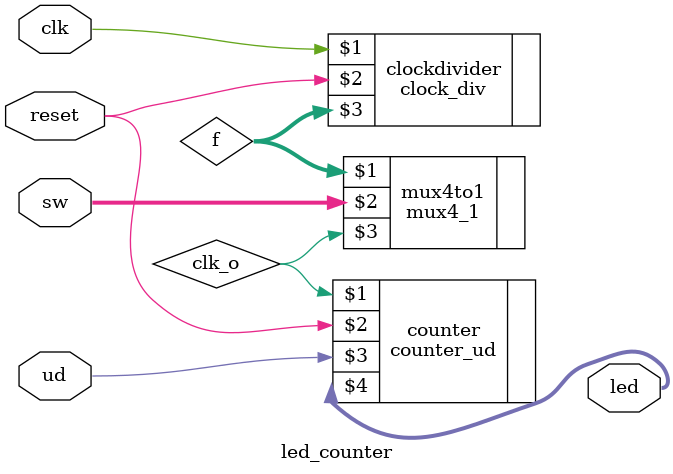
<source format=v>
`timescale 1ns / 1ps
module led_counter(
	input clk, reset,
	input [1:0] sw,
	input ud,
	output [7:0] led
    );
	wire [3:0] f;
	wire clk_o;
clock_div clockdivider (clk, reset, f);
mux4_1 mux4to1 (f, sw, clk_o);
counter_ud counter (clk_o, reset, ud, led);

endmodule

</source>
